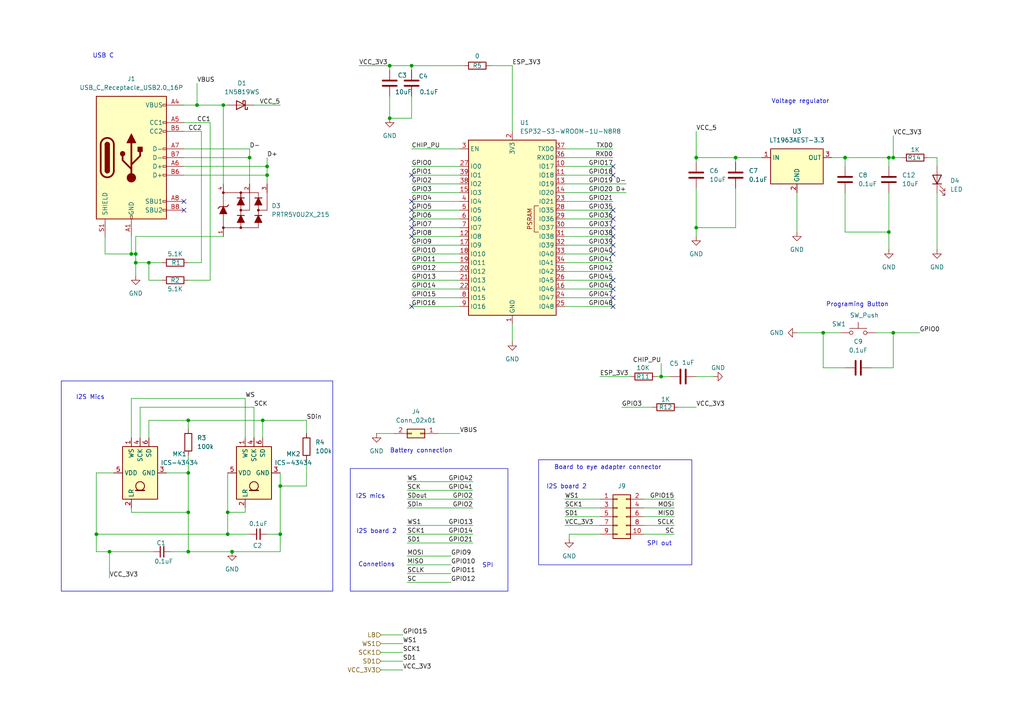
<source format=kicad_sch>
(kicad_sch (version 20231120) (generator "eeschema") (generator_version "8.0")
  (paper "A4")
  (title_block (title "ESP32 S3 IRL Subtitles Glasses") (date "2025-03-06") (rev "3.2") (company "OSHE - IRL Sub-Titles"))
  (lib_symbols
    (symbol "Connector:USB_C_Receptacle_USB2.0_16P" (pin_names (offset 1.016))
      (property "Reference" "J" (at 0 22.225 0))
      (property "Value" "USB_C_Receptacle_USB2.0_16P" (at 0 19.685 0))
      (symbol "USB_C_Receptacle_USB2.0_16P_0_0"
        (rectangle (start -0.254 -17.78) (end 0.254 -16.764))
        (rectangle (start 10.16 -14.986) (end 9.144 -15.494))
        (rectangle (start 10.16 -12.446) (end 9.144 -12.954))
        (rectangle (start 10.16 -4.826) (end 9.144 -5.334))
        (rectangle (start 10.16 -2.286) (end 9.144 -2.794))
        (rectangle (start 10.16 0.254) (end 9.144 -0.254))
        (rectangle (start 10.16 2.794) (end 9.144 2.286))
        (rectangle (start 10.16 7.874) (end 9.144 7.366))
        (rectangle (start 10.16 10.414) (end 9.144 9.906))
        (rectangle (start 10.16 15.494) (end 9.144 14.986))
      )
      (symbol "USB_C_Receptacle_USB2.0_16P_0_1"
        (rectangle (start -10.16 17.78) (end 10.16 -17.78) (stroke (width 0.254)) (fill (type background)))
        (arc (start -8.89 -3.81) (mid -6.985 -5.7067) (end -5.08 -3.81) (stroke (width 0.508)))
        (arc (start -7.62 -3.81) (mid -6.985 -4.4423) (end -6.35 -3.81) (stroke (width 0.254)))
        (arc (start -7.62 -3.81) (mid -6.985 -4.4423) (end -6.35 -3.81) (stroke (width 0.254)) (fill (type outline)))
        (rectangle (start -7.62 -3.81) (end -6.35 3.81) (stroke (width 0.254)) (fill (type outline)))
        (arc (start -6.35 3.81) (mid -6.985 4.4423) (end -7.62 3.81) (stroke (width 0.254)))
        (arc (start -6.35 3.81) (mid -6.985 4.4423) (end -7.62 3.81) (stroke (width 0.254)) (fill (type outline)))
        (arc (start -5.08 3.81) (mid -6.985 5.7067) (end -8.89 3.81) (stroke (width 0.508)))
        (circle (center -2.54 1.143) (radius 0.635) (stroke (width 0.254)) (fill (type outline)))
        (circle (center 0 -5.842) (radius 1.27) (fill (type outline)))
        (polyline (pts (xy -8.89 -3.81) (xy -8.89 3.81)) (stroke (width 0.508)))
        (polyline (pts (xy -5.08 3.81) (xy -5.08 -3.81)) (stroke (width 0.508)))
        (polyline (pts (xy 0 -5.842) (xy 0 4.318)) (stroke (width 0.508)))
        (polyline (pts (xy 0 -3.302) (xy -2.54 -0.762) (xy -2.54 0.508)) (stroke (width 0.508)))
        (polyline (pts (xy 0 -2.032) (xy 2.54 0.508) (xy 2.54 1.778)) (stroke (width 0.508)))
        (polyline (pts (xy -1.27 4.318) (xy 0 6.858) (xy 1.27 4.318) (xy -1.27 4.318)) (stroke (width 0.254)) (fill (type outline)))
        (rectangle (start 1.905 1.778) (end 3.175 3.048) (stroke (width 0.254)) (fill (type outline)))
      )
      (symbol "USB_C_Receptacle_USB2.0_16P_1_1"
        (pin passive line (at 0 -22.86 90) (length 5.08) (name "GND") (number "A1"))
        (pin passive line (at 0 -22.86 90) (length 5.08) hide (name "GND") (number "A12"))
        (pin passive line (at 15.24 15.24 180) (length 5.08) (name "VBUS") (number "A4"))
        (pin bidirectional line (at 15.24 10.16 180) (length 5.08) (name "CC1") (number "A5"))
        (pin bidirectional line (at 15.24 -2.54 180) (length 5.08) (name "D+") (number "A6"))
        (pin bidirectional line (at 15.24 2.54 180) (length 5.08) (name "D-") (number "A7"))
        (pin bidirectional line (at 15.24 -12.7 180) (length 5.08) (name "SBU1") (number "A8"))
        (pin passive line (at 15.24 15.24 180) (length 5.08) hide (name "VBUS") (number "A9"))
        (pin passive line (at 0 -22.86 90) (length 5.08) hide (name "GND") (number "B1"))
        (pin passive line (at 0 -22.86 90) (length 5.08) hide (name "GND") (number "B12"))
        (pin passive line (at 15.24 15.24 180) (length 5.08) hide (name "VBUS") (number "B4"))
        (pin bidirectional line (at 15.24 7.62 180) (length 5.08) (name "CC2") (number "B5"))
        (pin bidirectional line (at 15.24 -5.08 180) (length 5.08) (name "D+") (number "B6"))
        (pin bidirectional line (at 15.24 0 180) (length 5.08) (name "D-") (number "B7"))
        (pin bidirectional line (at 15.24 -15.24 180) (length 5.08) (name "SBU2") (number "B8"))
        (pin passive line (at 15.24 15.24 180) (length 5.08) hide (name "VBUS") (number "B9"))
        (pin passive line (at -7.62 -22.86 90) (length 5.08) (name "SHIELD") (number "S1"))
      )
    )
    (symbol "Connector_Generic:Conn_02x01" (pin_names (offset 1.016) hide)
      (property "Reference" "J" (at 1.27 2.54 0))
      (property "Value" "Conn_02x01" (at 1.27 -2.54 0))
      (symbol "Conn_02x01_1_1"
        (rectangle (start -1.27 0.127) (end 0 -0.127) (stroke (width 0.1524)))
        (rectangle (start -1.27 1.27) (end 3.81 -1.27) (stroke (width 0.254)) (fill (type background)))
        (rectangle (start 3.81 0.127) (end 2.54 -0.127) (stroke (width 0.1524)))
        (pin passive line (at -5.08 0 0) (length 3.81) (name "Pin_1") (number "1"))
        (pin passive line (at 7.62 0 180) (length 3.81) (name "Pin_2") (number "2"))
      )
    )
    (symbol "Connector_Generic:Conn_02x05_Odd_Even" (pin_names (offset 1.016) hide)
      (property "Reference" "J" (at 1.27 7.62 0))
      (property "Value" "Conn_02x05_Odd_Even" (at 1.27 -7.62 0))
      (symbol "Conn_02x05_Odd_Even_1_1"
        (rectangle (start -1.27 -4.953) (end 0 -5.207) (stroke (width 0.1524)))
        (rectangle (start -1.27 -2.413) (end 0 -2.667) (stroke (width 0.1524)))
        (rectangle (start -1.27 0.127) (end 0 -0.127) (stroke (width 0.1524)))
        (rectangle (start -1.27 2.667) (end 0 2.413) (stroke (width 0.1524)))
        (rectangle (start -1.27 5.207) (end 0 4.953) (stroke (width 0.1524)))
        (rectangle (start -1.27 6.35) (end 3.81 -6.35) (stroke (width 0.254)) (fill (type background)))
        (rectangle (start 3.81 -4.953) (end 2.54 -5.207) (stroke (width 0.1524)))
        (rectangle (start 3.81 -2.413) (end 2.54 -2.667) (stroke (width 0.1524)))
        (rectangle (start 3.81 0.127) (end 2.54 -0.127) (stroke (width 0.1524)))
        (rectangle (start 3.81 2.667) (end 2.54 2.413) (stroke (width 0.1524)))
        (rectangle (start 3.81 5.207) (end 2.54 4.953) (stroke (width 0.1524)))
        (pin passive line (at -5.08 5.08 0) (length 3.81) (name "Pin_1") (number "1"))
        (pin passive line (at 7.62 -5.08 180) (length 3.81) (name "Pin_10") (number "10"))
        (pin passive line (at 7.62 5.08 180) (length 3.81) (name "Pin_2") (number "2"))
        (pin passive line (at -5.08 2.54 0) (length 3.81) (name "Pin_3") (number "3"))
        (pin passive line (at 7.62 2.54 180) (length 3.81) (name "Pin_4") (number "4"))
        (pin passive line (at -5.08 0 0) (length 3.81) (name "Pin_5") (number "5"))
        (pin passive line (at 7.62 0 180) (length 3.81) (name "Pin_6") (number "6"))
        (pin passive line (at -5.08 -2.54 0) (length 3.81) (name "Pin_7") (number "7"))
        (pin passive line (at 7.62 -2.54 180) (length 3.81) (name "Pin_8") (number "8"))
        (pin passive line (at -5.08 -5.08 0) (length 3.81) (name "Pin_9") (number "9"))
      )
    )
    (symbol "Device:C" (pin_numbers hide) (pin_names (offset 0.254))
      (property "Reference" "C" (at 0.635 2.54 0))
      (property "Value" "C" (at 0.635 -2.54 0))
      (symbol "C_0_1"
        (polyline (pts (xy -2.032 -0.762) (xy 2.032 -0.762)) (stroke (width 0.508)))
        (polyline (pts (xy -2.032 0.762) (xy 2.032 0.762)) (stroke (width 0.508)))
      )
      (symbol "C_1_1"
        (pin passive line (at 0 3.81 270) (length 2.794) (name "~") (number "1"))
        (pin passive line (at 0 -3.81 90) (length 2.794) (name "~") (number "2"))
      )
    )
    (symbol "Device:C_Small" (pin_numbers hide) (pin_names (offset 0.254) hide)
      (property "Reference" "C" (at 0.254 1.778 0))
      (property "Value" "C_Small" (at 0.254 -2.032 0))
      (symbol "C_Small_0_1"
        (polyline (pts (xy -1.524 -0.508) (xy 1.524 -0.508)) (stroke (width 0.3302)))
        (polyline (pts (xy -1.524 0.508) (xy 1.524 0.508)) (stroke (width 0.3048)))
      )
      (symbol "C_Small_1_1"
        (pin passive line (at 0 2.54 270) (length 2.032) (name "~") (number "1"))
        (pin passive line (at 0 -2.54 90) (length 2.032) (name "~") (number "2"))
      )
    )
    (symbol "Device:LED" (pin_numbers hide) (pin_names (offset 1.016) hide)
      (property "Reference" "D" (at 0 2.54 0))
      (property "Value" "LED" (at 0 -2.54 0))
      (symbol "LED_0_1"
        (polyline (pts (xy -1.27 -1.27) (xy -1.27 1.27)) (stroke (width 0.254)))
        (polyline (pts (xy -1.27 0) (xy 1.27 0)))
        (polyline (pts (xy 1.27 -1.27) (xy 1.27 1.27) (xy -1.27 0) (xy 1.27 -1.27)) (stroke (width 0.254)))
        (polyline (pts (xy -3.048 -0.762) (xy -4.572 -2.286) (xy -3.81 -2.286) (xy -4.572 -2.286) (xy -4.572 -1.524)))
        (polyline (pts (xy -1.778 -0.762) (xy -3.302 -2.286) (xy -2.54 -2.286) (xy -3.302 -2.286) (xy -3.302 -1.524)))
      )
      (symbol "LED_1_1"
        (pin passive line (at -3.81 0 0) (length 2.54) (name "K") (number "1"))
        (pin passive line (at 3.81 0 180) (length 2.54) (name "A") (number "2"))
      )
    )
    (symbol "Device:R" (pin_numbers hide) (pin_names (offset 0))
      (property "Reference" "R" (at 2.032 0 90))
      (property "Value" "R" (at 0 0 90))
      (symbol "R_0_1"
        (rectangle (start -1.016 -2.54) (end 1.016 2.54) (stroke (width 0.254)))
      )
      (symbol "R_1_1"
        (pin passive line (at 0 3.81 270) (length 1.27) (name "~") (number "1"))
        (pin passive line (at 0 -3.81 90) (length 1.27) (name "~") (number "2"))
      )
    )
    (symbol "Diode:1N5819WS" (pin_numbers hide) (pin_names (offset 1.016) hide)
      (property "Reference" "D" (at 0 2.54 0))
      (property "Value" "1N5819WS" (at 0 -2.54 0))
      (symbol "1N5819WS_0_1"
        (polyline (pts (xy 1.27 0) (xy -1.27 0)))
        (polyline (pts (xy 1.27 1.27) (xy 1.27 -1.27) (xy -1.27 0) (xy 1.27 1.27)) (stroke (width 0.254)))
        (polyline (pts (xy -1.905 0.635) (xy -1.905 1.27) (xy -1.27 1.27) (xy -1.27 -1.27) (xy -0.635 -1.27) (xy -0.635 -0.635)) (stroke (width 0.254)))
      )
      (symbol "1N5819WS_1_1"
        (pin passive line (at -3.81 0 0) (length 2.54) (name "K") (number "1"))
        (pin passive line (at 3.81 0 180) (length 2.54) (name "A") (number "2"))
      )
    )
    (symbol "PRTR5V0U2X_215:PRTR5V0U2X_215" (pin_names (offset 1.016))
      (property "Reference" "D" (at -2.5474 -7.5404 0))
      (property "Value" "PRTR5V0U2X_215" (at -2.543 -10.3245 0))
      (symbol "PRTR5V0U2X_215_0_0"
        (circle (center -5.08 -5.08) (radius 0.254) (stroke (width 0.254)))
        (circle (center -5.08 5.08) (radius 0.254) (stroke (width 0.254)))
        (circle (center 0 -5.08) (radius 0.254) (stroke (width 0.254)))
        (polyline (pts (xy -6.096 1.016) (xy -6.604 0.508)) (stroke (width 0.254)))
        (polyline (pts (xy -6.096 1.016) (xy -5.08 1.016)) (stroke (width 0.254)))
        (polyline (pts (xy -5.08 -1.016) (xy -5.08 -7.62)) (stroke (width 0.1524)))
        (polyline (pts (xy -5.08 1.016) (xy -5.08 7.62)) (stroke (width 0.1524)))
        (polyline (pts (xy -5.08 1.016) (xy -4.064 1.016)) (stroke (width 0.254)))
        (polyline (pts (xy -4.064 1.016) (xy -3.556 1.524)) (stroke (width 0.254)))
        (polyline (pts (xy -1.016 -1.524) (xy 0 -1.524)) (stroke (width 0.254)))
        (polyline (pts (xy -1.016 3.556) (xy 0 3.556)) (stroke (width 0.254)))
        (polyline (pts (xy 0 -5.08) (xy -5.08 -5.08)) (stroke (width 0.1524)))
        (polyline (pts (xy 0 -3.556) (xy 0 -5.08)) (stroke (width 0.1524)))
        (polyline (pts (xy 0 -1.524) (xy 0 0)) (stroke (width 0.1524)))
        (polyline (pts (xy 0 -1.524) (xy 1.016 -1.524)) (stroke (width 0.254)))
        (polyline (pts (xy 0 0) (xy 0 1.524)) (stroke (width 0.1524)))
        (polyline (pts (xy 0 0) (xy 2.54 0)) (stroke (width 0.1524)))
        (polyline (pts (xy 0 3.556) (xy 0 5.08)) (stroke (width 0.254)))
        (polyline (pts (xy 0 3.556) (xy 1.016 3.556)) (stroke (width 0.254)))
        (polyline (pts (xy 0 5.08) (xy -5.08 5.08)) (stroke (width 0.1524)))
        (polyline (pts (xy 2.54 0) (xy 2.54 7.62)) (stroke (width 0.1524)))
        (polyline (pts (xy 4.064 -1.524) (xy 5.08 -1.524)) (stroke (width 0.254)))
        (polyline (pts (xy 4.064 3.556) (xy 5.08 3.556)) (stroke (width 0.254)))
        (polyline (pts (xy 5.08 -5.08) (xy 0 -5.08)) (stroke (width 0.1524)))
        (polyline (pts (xy 5.08 -3.556) (xy 5.08 -5.08)) (stroke (width 0.1524)))
        (polyline (pts (xy 5.08 -1.524) (xy 5.08 0)) (stroke (width 0.1524)))
        (polyline (pts (xy 5.08 -1.524) (xy 6.096 -1.524)) (stroke (width 0.254)))
        (polyline (pts (xy 5.08 0) (xy 5.08 1.524)) (stroke (width 0.1524)))
        (polyline (pts (xy 5.08 0) (xy 7.62 0)) (stroke (width 0.1524)))
        (polyline (pts (xy 5.08 3.556) (xy 5.08 5.08)) (stroke (width 0.1524)))
        (polyline (pts (xy 5.08 3.556) (xy 6.096 3.556)) (stroke (width 0.254)))
        (polyline (pts (xy 5.08 5.08) (xy 0 5.08)) (stroke (width 0.1524)))
        (polyline (pts (xy 7.62 0) (xy 7.62 7.62)) (stroke (width 0.1524)))
        (polyline (pts (xy -6.096 -1.016) (xy -5.08 1.016) (xy -4.064 -1.016) (xy -6.096 -1.016)) (stroke (width 0.254)) (fill (type outline)))
        (polyline (pts (xy -1.016 -3.556) (xy 0 -1.524) (xy 1.016 -3.556) (xy -1.016 -3.556)) (stroke (width 0.254)) (fill (type outline)))
        (polyline (pts (xy -1.016 1.524) (xy 0 3.556) (xy 1.016 1.524) (xy -1.016 1.524)) (stroke (width 0.254)) (fill (type outline)))
        (polyline (pts (xy 4.064 -3.556) (xy 5.08 -1.524) (xy 6.096 -3.556) (xy 4.064 -3.556)) (stroke (width 0.254)) (fill (type outline)))
        (polyline (pts (xy 4.064 1.524) (xy 5.08 3.556) (xy 6.096 1.524) (xy 4.064 1.524)) (stroke (width 0.254)) (fill (type outline)))
        (circle (center 0 0) (radius 0.254) (stroke (width 0.254)))
        (circle (center 0 5.08) (radius 0.254) (stroke (width 0.254)))
        (circle (center 5.08 0) (radius 0.254) (stroke (width 0.254)))
        (pin passive line (at -5.08 -7.62 90) (length 2.54) (name "~") (number "1"))
        (pin passive line (at 2.54 7.62 270) (length 2.54) (name "~") (number "2"))
        (pin passive line (at 7.62 7.62 270) (length 2.54) (name "~") (number "3"))
        (pin passive line (at -5.08 7.62 270) (length 2.54) (name "~") (number "4"))
      )
    )
    (symbol "RF_Module:ESP32-S3-WROOM-1"
      (property "Reference" "U" (at -12.7 26.67 0))
      (property "Value" "ESP32-S3-WROOM-1" (at 12.7 26.67 0))
      (symbol "ESP32-S3-WROOM-1_0_0"
        (rectangle (start -12.7 25.4) (end 12.7 -25.4) (stroke (width 0.254)) (fill (type background)))
        (text "PSRAM" (at 5.08 2.54 900) (effects (font (size 1.27 1.27))))
      )
      (symbol "ESP32-S3-WROOM-1_0_1"
        (polyline (pts (xy 7.62 -1.27) (xy 6.35 -1.27) (xy 6.35 6.35) (xy 7.62 6.35)))
      )
      (symbol "ESP32-S3-WROOM-1_1_1"
        (pin power_in line (at 0 -27.94 90) (length 2.54) (name "GND") (number "1"))
        (pin bidirectional line (at 15.24 17.78 180) (length 2.54) (name "IO17") (number "10"))
        (pin bidirectional line (at 15.24 15.24 180) (length 2.54) (name "IO18") (number "11"))
        (pin bidirectional line (at -15.24 -2.54 0) (length 2.54) (name "IO8") (number "12"))
        (pin bidirectional line (at 15.24 12.7 180) (length 2.54) (name "IO19") (number "13"))
        (pin bidirectional line (at 15.24 10.16 180) (length 2.54) (name "IO20") (number "14"))
        (pin bidirectional line (at -15.24 10.16 0) (length 2.54) (name "IO3") (number "15"))
        (pin bidirectional line (at 15.24 -17.78 180) (length 2.54) (name "IO46") (number "16"))
        (pin bidirectional line (at -15.24 -5.08 0) (length 2.54) (name "IO9") (number "17"))
        (pin bidirectional line (at -15.24 -7.62 0) (length 2.54) (name "IO10") (number "18"))
        (pin bidirectional line (at -15.24 -10.16 0) (length 2.54) (name "IO11") (number "19"))
        (pin power_in line (at 0 27.94 270) (length 2.54) (name "3V3") (number "2"))
        (pin bidirectional line (at -15.24 -12.7 0) (length 2.54) (name "IO12") (number "20"))
        (pin bidirectional line (at -15.24 -15.24 0) (length 2.54) (name "IO13") (number "21"))
        (pin bidirectional line (at -15.24 -17.78 0) (length 2.54) (name "IO14") (number "22"))
        (pin bidirectional line (at 15.24 7.62 180) (length 2.54) (name "IO21") (number "23"))
        (pin bidirectional line (at 15.24 -20.32 180) (length 2.54) (name "IO47") (number "24"))
        (pin bidirectional line (at 15.24 -22.86 180) (length 2.54) (name "IO48") (number "25"))
        (pin bidirectional line (at 15.24 -15.24 180) (length 2.54) (name "IO45") (number "26"))
        (pin bidirectional line (at -15.24 17.78 0) (length 2.54) (name "IO0") (number "27"))
        (pin bidirectional line (at 15.24 5.08 180) (length 2.54) (name "IO35") (number "28"))
        (pin bidirectional line (at 15.24 2.54 180) (length 2.54) (name "IO36") (number "29"))
        (pin input line (at -15.24 22.86 0) (length 2.54) (name "EN") (number "3"))
        (pin bidirectional line (at 15.24 0 180) (length 2.54) (name "IO37") (number "30"))
        (pin bidirectional line (at 15.24 -2.54 180) (length 2.54) (name "IO38") (number "31"))
        (pin bidirectional line (at 15.24 -5.08 180) (length 2.54) (name "IO39") (number "32"))
        (pin bidirectional line (at 15.24 -7.62 180) (length 2.54) (name "IO40") (number "33"))
        (pin bidirectional line (at 15.24 -10.16 180) (length 2.54) (name "IO41") (number "34"))
        (pin bidirectional line (at 15.24 -12.7 180) (length 2.54) (name "IO42") (number "35"))
        (pin bidirectional line (at 15.24 20.32 180) (length 2.54) (name "RXD0") (number "36"))
        (pin bidirectional line (at 15.24 22.86 180) (length 2.54) (name "TXD0") (number "37"))
        (pin bidirectional line (at -15.24 12.7 0) (length 2.54) (name "IO2") (number "38"))
        (pin bidirectional line (at -15.24 15.24 0) (length 2.54) (name "IO1") (number "39"))
        (pin bidirectional line (at -15.24 7.62 0) (length 2.54) (name "IO4") (number "4"))
        (pin passive line (at 0 -27.94 90) (length 2.54) hide (name "GND") (number "40"))
        (pin passive line (at 0 -27.94 90) (length 2.54) hide (name "GND") (number "41"))
        (pin bidirectional line (at -15.24 5.08 0) (length 2.54) (name "IO5") (number "5"))
        (pin bidirectional line (at -15.24 2.54 0) (length 2.54) (name "IO6") (number "6"))
        (pin bidirectional line (at -15.24 0 0) (length 2.54) (name "IO7") (number "7"))
        (pin bidirectional line (at -15.24 -20.32 0) (length 2.54) (name "IO15") (number "8"))
        (pin bidirectional line (at -15.24 -22.86 0) (length 2.54) (name "IO16") (number "9"))
      )
    )
    (symbol "Regulator_Linear:LT1963AxST-3.3"
      (property "Reference" "U2" (at 0 10.16 0))
      (property "Value" "LT1963AxST-3.3" (at 0 7.62 0))
      (symbol "LT1963AxST-3.3_0_1"
        (rectangle (start -7.62 5.08) (end 7.62 -5.08) (stroke (width 0.254)) (fill (type background)))
      )
      (symbol "LT1963AxST-3.3_1_1"
        (pin power_in line (at -10.16 2.54 0) (length 2.54) (name "IN") (number "1"))
        (pin power_in line (at 0 -7.62 90) (length 2.54) (name "GND") (number "2"))
        (pin power_out line (at 10.16 2.54 180) (length 2.54) (name "OUT") (number "3"))
        (pin power_in line (at 0 -7.62 90) (length 2.54) hide (name "GND") (number "4"))
      )
    )
    (symbol "Sensor_Audio:ICS-43434"
      (property "Reference" "MK" (at -7.62 6.35 0))
      (property "Value" "ICS-43434" (at 1.27 6.35 0))
      (symbol "ICS-43434_1_1"
        (rectangle (start -7.62 5.08) (end 7.62 -5.08) (stroke (width 0.254)) (fill (type background)))
        (circle (center -3.81 0) (radius 1.27) (stroke (width 0.254)))
        (polyline (pts (xy -5.08 1.27) (xy -5.08 -1.27)) (stroke (width 0.381)))
        (pin input line (at 10.16 2.54 180) (length 2.54) (name "WS") (number "1"))
        (pin input line (at -10.16 2.54 0) (length 2.54) (name "LR") (number "2"))
        (pin power_in line (at 0 -7.62 90) (length 2.54) (name "GND") (number "3"))
        (pin input line (at 10.16 0 180) (length 2.54) (name "SCK") (number "4"))
        (pin power_in line (at 0 7.62 270) (length 2.54) (name "VDD") (number "5"))
        (pin output line (at 10.16 -2.54 180) (length 2.54) (name "SD") (number "6"))
      )
    )
    (symbol "Switch:SW_Push" (pin_numbers hide) (pin_names (offset 1.016) hide)
      (property "Reference" "SW" (at 1.27 2.54 0))
      (property "Value" "SW_Push" (at 0 -1.524 0))
      (symbol "SW_Push_0_1"
        (circle (center -2.032 0) (radius 0.508))
        (polyline (pts (xy 0 1.27) (xy 0 3.048)))
        (polyline (pts (xy 2.54 1.27) (xy -2.54 1.27)))
        (circle (center 2.032 0) (radius 0.508))
        (pin passive line (at -5.08 0 0) (length 2.54) (name "1") (number "1"))
        (pin passive line (at 5.08 0 180) (length 2.54) (name "2") (number "2"))
      )
    )
    (symbol "power:GND" (power) (pin_numbers hide) (pin_names (offset 0) hide)
      (property "Value" "GND" (at 0 -3.81 0))
      (symbol "GND_0_1"
        (polyline (pts (xy 0 0) (xy 0 -1.27) (xy 1.27 -1.27) (xy 0 -2.54) (xy -1.27 -1.27) (xy 0 -1.27)))
      )
      (symbol "GND_1_1"
        (pin power_in line (at 0 0 270) (length 0) (name "~") (number "1"))
      )
    )
  )
  (junction (at 31.75 160.02))
  (junction (at 27.94 154.94))
  (junction (at 66.04 154.94))
  (junction (at 39.37 73.66))
  (junction (at 245.11 45.72))
  (junction (at 238.76 96.52))
  (junction (at 257.81 67.31))
  (junction (at 201.93 66.04))
  (junction (at 77.47 48.26))
  (junction (at 43.18 76.2))
  (junction (at 38.1 73.66))
  (junction (at 77.47 50.8))
  (junction (at 119.38 19.05))
  (junction (at 76.2 121.92))
  (junction (at 66.04 148.59))
  (junction (at 113.03 19.05))
  (junction (at 201.93 45.72))
  (junction (at 39.37 76.2))
  (junction (at 259.08 96.52))
  (junction (at 54.61 160.02))
  (junction (at 113.03 34.29))
  (junction (at 191.77 109.22))
  (junction (at 57.15 30.48))
  (junction (at 81.28 140.97))
  (junction (at 54.61 148.59))
  (junction (at 259.08 45.72))
  (junction (at 257.81 45.72))
  (junction (at 67.31 160.02))
  (junction (at 213.36 45.72))
  (junction (at 81.28 154.94))
  (junction (at 54.61 121.92))
  (junction (at 72.39 45.72))
  (junction (at 54.61 137.16))
  (junction (at 64.77 30.48))
  (no_connect (at 177.8 60.96))
  (no_connect (at 119.38 88.9))
  (no_connect (at 177.8 63.5))
  (no_connect (at 177.8 68.58))
  (no_connect (at 53.34 58.42))
  (no_connect (at 119.38 50.8))
  (no_connect (at 119.38 60.96))
  (no_connect (at 119.38 63.5))
  (no_connect (at 53.34 60.96))
  (no_connect (at 177.8 73.66))
  (no_connect (at 177.8 71.12))
  (no_connect (at 119.38 68.58))
  (no_connect (at 177.8 86.36))
  (no_connect (at 119.38 66.04))
  (no_connect (at 119.38 58.42))
  (no_connect (at 177.8 50.8))
  (no_connect (at 177.8 83.82))
  (no_connect (at 177.8 81.28))
  (no_connect (at 177.8 48.26))
  (no_connect (at 177.8 88.9))
  (no_connect (at 177.8 66.04))
  (wire (pts (xy 88.9 133.35) (xy 88.9 140.97)))
  (wire (pts (xy 119.38 81.28) (xy 133.35 81.28)))
  (wire (pts (xy 271.78 55.88) (xy 271.78 72.39)))
  (wire (pts (xy 60.96 35.56) (xy 60.96 81.28)))
  (wire (pts (xy 257.81 45.72) (xy 257.81 48.26)))
  (wire (pts (xy 163.83 149.86) (xy 173.99 149.86)))
  (wire (pts (xy 77.47 48.26) (xy 77.47 50.8)))
  (wire (pts (xy 259.08 45.72) (xy 261.62 45.72)))
  (wire (pts (xy 163.83 147.32) (xy 173.99 147.32)))
  (wire (pts (xy 119.38 73.66) (xy 133.35 73.66)))
  (wire (pts (xy 213.36 45.72) (xy 220.98 45.72)))
  (wire (pts (xy 113.03 27.94) (xy 113.03 34.29)))
  (wire (pts (xy 177.8 48.26) (xy 163.83 48.26)))
  (wire (pts (xy 119.38 66.04) (xy 133.35 66.04)))
  (wire (pts (xy 148.59 38.1) (xy 148.59 19.05)))
  (wire (pts (xy 245.11 55.88) (xy 245.11 67.31)))
  (wire (pts (xy 231.14 55.88) (xy 231.14 67.31)))
  (wire (pts (xy 201.93 45.72) (xy 213.36 45.72)))
  (wire (pts (xy 118.11 166.37) (xy 130.81 166.37)))
  (wire (pts (xy 213.36 46.99) (xy 213.36 45.72)))
  (wire (pts (xy 71.12 115.57) (xy 38.1 115.57)))
  (wire (pts (xy 177.8 50.8) (xy 163.83 50.8)))
  (wire (pts (xy 118.11 144.78) (xy 137.16 144.78)))
  (wire (pts (xy 163.83 71.12) (xy 177.8 71.12)))
  (wire (pts (xy 54.61 148.59) (xy 54.61 160.02)))
  (wire (pts (xy 163.83 83.82) (xy 177.8 83.82)))
  (wire (pts (xy 201.93 109.22) (xy 207.01 109.22)))
  (wire (pts (xy 40.64 118.11) (xy 73.66 118.11)))
  (wire (pts (xy 118.11 142.24) (xy 137.16 142.24)))
  (wire (pts (xy 201.93 38.1) (xy 201.93 45.72)))
  (wire (pts (xy 118.11 168.91) (xy 130.81 168.91)))
  (wire (pts (xy 195.58 149.86) (xy 186.69 149.86)))
  (wire (pts (xy 163.83 78.74) (xy 177.8 78.74)))
  (wire (pts (xy 142.24 19.05) (xy 148.59 19.05)))
  (wire (pts (xy 196.85 118.11) (xy 201.93 118.11)))
  (wire (pts (xy 31.75 160.02) (xy 27.94 160.02)))
  (wire (pts (xy 245.11 67.31) (xy 257.81 67.31)))
  (wire (pts (xy 39.37 76.2) (xy 39.37 73.66)))
  (wire (pts (xy 148.59 93.98) (xy 148.59 99.06)))
  (wire (pts (xy 163.83 63.5) (xy 177.8 63.5)))
  (wire (pts (xy 119.38 55.88) (xy 133.35 55.88)))
  (wire (pts (xy 213.36 66.04) (xy 201.93 66.04)))
  (wire (pts (xy 48.26 137.16) (xy 54.61 137.16)))
  (wire (pts (xy 163.83 86.36) (xy 177.8 86.36)))
  (wire (pts (xy 57.15 24.13) (xy 57.15 30.48)))
  (wire (pts (xy 163.83 88.9) (xy 177.8 88.9)))
  (wire (pts (xy 245.11 45.72) (xy 245.11 48.26)))
  (wire (pts (xy 163.83 43.18) (xy 177.8 43.18)))
  (wire (pts (xy 191.77 109.22) (xy 194.31 109.22)))
  (wire (pts (xy 118.11 147.32) (xy 137.16 147.32)))
  (wire (pts (xy 38.1 68.58) (xy 38.1 73.66)))
  (wire (pts (xy 66.04 148.59) (xy 66.04 154.94)))
  (wire (pts (xy 58.42 76.2) (xy 54.61 76.2)))
  (wire (pts (xy 257.81 55.88) (xy 257.81 67.31)))
  (wire (pts (xy 163.83 66.04) (xy 177.8 66.04)))
  (wire (pts (xy 39.37 80.01) (xy 39.37 76.2)))
  (wire (pts (xy 44.45 160.02) (xy 31.75 160.02)))
  (wire (pts (xy 110.49 189.23) (xy 116.84 189.23)))
  (wire (pts (xy 119.38 88.9) (xy 133.35 88.9)))
  (wire (pts (xy 259.08 106.68) (xy 259.08 96.52)))
  (wire (pts (xy 53.34 45.72) (xy 72.39 45.72)))
  (wire (pts (xy 191.77 109.22) (xy 191.77 105.41)))
  (wire (pts (xy 119.38 83.82) (xy 133.35 83.82)))
  (wire (pts (xy 201.93 46.99) (xy 201.93 45.72)))
  (wire (pts (xy 53.34 30.48) (xy 57.15 30.48)))
  (wire (pts (xy 119.38 53.34) (xy 133.35 53.34)))
  (wire (pts (xy 163.83 76.2) (xy 177.8 76.2)))
  (wire (pts (xy 73.66 118.11) (xy 73.66 127)))
  (wire (pts (xy 38.1 148.59) (xy 54.61 148.59)))
  (wire (pts (xy 76.2 121.92) (xy 76.2 127)))
  (wire (pts (xy 81.28 140.97) (xy 88.9 140.97)))
  (wire (pts (xy 163.83 60.96) (xy 177.8 60.96)))
  (wire (pts (xy 195.58 152.4) (xy 186.69 152.4)))
  (wire (pts (xy 119.38 43.18) (xy 133.35 43.18)))
  (wire (pts (xy 165.1 154.94) (xy 165.1 156.21)))
  (wire (pts (xy 110.49 184.15) (xy 116.84 184.15)))
  (wire (pts (xy 163.83 53.34) (xy 181.61 53.34)))
  (wire (pts (xy 66.04 154.94) (xy 72.39 154.94)))
  (wire (pts (xy 163.83 73.66) (xy 177.8 73.66)))
  (wire (pts (xy 33.02 137.16) (xy 27.94 137.16)))
  (wire (pts (xy 38.1 73.66) (xy 39.37 73.66)))
  (wire (pts (xy 60.96 81.28) (xy 54.61 81.28)))
  (wire (pts (xy 58.42 38.1) (xy 58.42 76.2)))
  (wire (pts (xy 180.34 118.11) (xy 189.23 118.11)))
  (wire (pts (xy 118.11 139.7) (xy 137.16 139.7)))
  (wire (pts (xy 49.53 160.02) (xy 54.61 160.02)))
  (wire (pts (xy 119.38 63.5) (xy 133.35 63.5)))
  (wire (pts (xy 71.12 147.32) (xy 71.12 148.59)))
  (wire (pts (xy 257.81 45.72) (xy 259.08 45.72)))
  (wire (pts (xy 245.11 45.72) (xy 257.81 45.72)))
  (wire (pts (xy 43.18 127) (xy 43.18 121.92)))
  (wire (pts (xy 76.2 121.92) (xy 88.9 121.92)))
  (wire (pts (xy 163.83 55.88) (xy 181.61 55.88)))
  (wire (pts (xy 110.49 191.77) (xy 116.84 191.77)))
  (wire (pts (xy 88.9 121.92) (xy 88.9 125.73)))
  (wire (pts (xy 118.11 157.48) (xy 137.16 157.48)))
  (wire (pts (xy 119.38 19.05) (xy 134.62 19.05)))
  (wire (pts (xy 201.93 54.61) (xy 201.93 66.04)))
  (wire (pts (xy 54.61 137.16) (xy 54.61 148.59)))
  (wire (pts (xy 113.03 19.05) (xy 119.38 19.05)))
  (wire (pts (xy 118.11 152.4) (xy 137.16 152.4)))
  (wire (pts (xy 53.34 48.26) (xy 77.47 48.26)))
  (wire (pts (xy 119.38 48.26) (xy 133.35 48.26)))
  (wire (pts (xy 54.61 121.92) (xy 76.2 121.92)))
  (wire (pts (xy 266.7 96.52) (xy 259.08 96.52)))
  (wire (pts (xy 53.34 35.56) (xy 60.96 35.56)))
  (wire (pts (xy 186.69 147.32) (xy 195.58 147.32)))
  (wire (pts (xy 43.18 81.28) (xy 43.18 76.2)))
  (wire (pts (xy 77.47 45.72) (xy 77.47 48.26)))
  (wire (pts (xy 38.1 148.59) (xy 38.1 147.32)))
  (wire (pts (xy 67.31 160.02) (xy 81.28 160.02)))
  (wire (pts (xy 201.93 66.04) (xy 201.93 68.58)))
  (wire (pts (xy 241.3 45.72) (xy 245.11 45.72)))
  (wire (pts (xy 43.18 121.92) (xy 54.61 121.92)))
  (wire (pts (xy 46.99 81.28) (xy 43.18 81.28)))
  (wire (pts (xy 81.28 140.97) (xy 81.28 137.16)))
  (wire (pts (xy 54.61 121.92) (xy 54.61 124.46)))
  (wire (pts (xy 259.08 96.52) (xy 254 96.52)))
  (wire (pts (xy 163.83 58.42) (xy 177.8 58.42)))
  (wire (pts (xy 53.34 43.18) (xy 72.39 43.18)))
  (wire (pts (xy 119.38 19.05) (xy 119.38 20.32)))
  (wire (pts (xy 119.38 68.58) (xy 133.35 68.58)))
  (wire (pts (xy 109.22 125.73) (xy 114.3 125.73)))
  (wire (pts (xy 66.04 148.59) (xy 66.04 137.16)))
  (wire (pts (xy 73.66 30.48) (xy 81.28 30.48)))
  (wire (pts (xy 127 125.73) (xy 133.35 125.73)))
  (wire (pts (xy 64.77 30.48) (xy 64.77 53.34)))
  (wire (pts (xy 269.24 45.72) (xy 271.78 45.72)))
  (wire (pts (xy 173.99 154.94) (xy 165.1 154.94)))
  (wire (pts (xy 27.94 160.02) (xy 27.94 154.94)))
  (wire (pts (xy 119.38 76.2) (xy 133.35 76.2)))
  (wire (pts (xy 30.48 68.58) (xy 30.48 73.66)))
  (wire (pts (xy 245.11 106.68) (xy 238.76 106.68)))
  (wire (pts (xy 195.58 154.94) (xy 186.69 154.94)))
  (wire (pts (xy 81.28 160.02) (xy 81.28 154.94)))
  (wire (pts (xy 53.34 50.8) (xy 77.47 50.8)))
  (wire (pts (xy 118.11 161.29) (xy 130.81 161.29)))
  (wire (pts (xy 119.38 50.8) (xy 133.35 50.8)))
  (wire (pts (xy 54.61 132.08) (xy 54.61 137.16)))
  (wire (pts (xy 77.47 154.94) (xy 81.28 154.94)))
  (wire (pts (xy 252.73 106.68) (xy 259.08 106.68)))
  (wire (pts (xy 43.18 76.2) (xy 46.99 76.2)))
  (wire (pts (xy 119.38 58.42) (xy 133.35 58.42)))
  (wire (pts (xy 118.11 154.94) (xy 137.16 154.94)))
  (wire (pts (xy 77.47 50.8) (xy 77.47 53.34)))
  (wire (pts (xy 231.14 96.52) (xy 238.76 96.52)))
  (wire (pts (xy 119.38 34.29) (xy 113.03 34.29)))
  (wire (pts (xy 213.36 54.61) (xy 213.36 66.04)))
  (wire (pts (xy 110.49 186.69) (xy 116.84 186.69)))
  (wire (pts (xy 119.38 86.36) (xy 133.35 86.36)))
  (wire (pts (xy 40.64 118.11) (xy 40.64 127)))
  (wire (pts (xy 27.94 154.94) (xy 66.04 154.94)))
  (wire (pts (xy 104.14 19.05) (xy 113.03 19.05)))
  (wire (pts (xy 238.76 96.52) (xy 243.84 96.52)))
  (wire (pts (xy 163.83 45.72) (xy 177.8 45.72)))
  (wire (pts (xy 57.15 30.48) (xy 64.77 30.48)))
  (wire (pts (xy 27.94 137.16) (xy 27.94 154.94)))
  (wire (pts (xy 39.37 76.2) (xy 43.18 76.2)))
  (wire (pts (xy 163.83 152.4) (xy 173.99 152.4)))
  (wire (pts (xy 113.03 19.05) (xy 113.03 20.32)))
  (wire (pts (xy 54.61 160.02) (xy 67.31 160.02)))
  (wire (pts (xy 119.38 78.74) (xy 133.35 78.74)))
  (wire (pts (xy 186.69 144.78) (xy 195.58 144.78)))
  (wire (pts (xy 163.83 68.58) (xy 177.8 68.58)))
  (wire (pts (xy 71.12 127) (xy 71.12 115.57)))
  (wire (pts (xy 31.75 167.64) (xy 31.75 160.02)))
  (wire (pts (xy 72.39 43.18) (xy 72.39 45.72)))
  (wire (pts (xy 119.38 27.94) (xy 119.38 34.29)))
  (wire (pts (xy 163.83 81.28) (xy 177.8 81.28)))
  (wire (pts (xy 39.37 68.58) (xy 64.77 68.58)))
  (wire (pts (xy 238.76 96.52) (xy 238.76 106.68)))
  (wire (pts (xy 66.04 148.59) (xy 71.12 148.59)))
  (wire (pts (xy 30.48 73.66) (xy 38.1 73.66)))
  (wire (pts (xy 72.39 45.72) (xy 72.39 53.34)))
  (wire (pts (xy 173.99 109.22) (xy 182.88 109.22)))
  (wire (pts (xy 38.1 115.57) (xy 38.1 127)))
  (wire (pts (xy 259.08 39.37) (xy 259.08 45.72)))
  (wire (pts (xy 110.49 194.31) (xy 116.84 194.31)))
  (wire (pts (xy 81.28 154.94) (xy 81.28 140.97)))
  (wire (pts (xy 271.78 45.72) (xy 271.78 48.26)))
  (wire (pts (xy 163.83 144.78) (xy 173.99 144.78)))
  (wire (pts (xy 39.37 68.58) (xy 39.37 73.66)))
  (wire (pts (xy 64.77 30.48) (xy 66.04 30.48)))
  (wire (pts (xy 118.11 163.83) (xy 130.81 163.83)))
  (wire (pts (xy 119.38 71.12) (xy 133.35 71.12)))
  (wire (pts (xy 53.34 38.1) (xy 58.42 38.1)))
  (wire (pts (xy 257.81 67.31) (xy 257.81 72.39)))
  (wire (pts (xy 119.38 60.96) (xy 133.35 60.96)))
  (wire (pts (xy 190.5 109.22) (xy 191.77 109.22)))
  (rectangle (start 17.78 110.49) (end 96.52 171.45))
  (rectangle (start 101.6 135.89) (end 147.32 171.45))
  (rectangle (start 156.21 133.35) (end 200.66 163.83))
  (text "Battery connection" (at 122.174 130.81 0) (effects (font (size 1.27 1.27))))
  (text "SPI\n" (at 141.478 164.084 0) (effects (font (size 1.27 1.27))))
  (text "Voltage regulator\n" (at 232.156 29.464 0) (effects (font (size 1.27 1.27))))
  (text "Board to eye adapter connector" (at 176.276 135.636 0) (effects (font (size 1.27 1.27))))
  (text "Connetions\n\n" (at 109.22 164.846 0) (effects (font (size 1.27 1.27))))
  (text "I2S board 2" (at 164.338 141.224 0) (effects (font (size 1.27 1.27))))
  (text "SPI out\n" (at 191.262 157.734 0) (effects (font (size 1.27 1.27))))
  (text "Programing Button" (at 248.666 88.392 0) (effects (font (size 1.27 1.27))))
  (text "I2S board 2" (at 109.22 154.178 0) (effects (font (size 1.27 1.27))))
  (text "USB C\n" (at 29.972 16.256 0) (effects (font (size 1.27 1.27))))
  (text "I2S Mics " (at 26.67 115.316 0) (effects (font (size 1.27 1.27))))
  (text "I2S mics" (at 107.442 144.018 0) (effects (font (size 1.27 1.27))))
  (label "GPIO3" (at 119.38 55.88 0))
  (label "VCC_3V3" (at 31.75 167.64 0))
  (label "VCC_5" (at 201.93 38.1 0))
  (label "GPIO19" (at 177.8 53.34 180))
  (label "WS1" (at 116.84 186.69 0))
  (label "VCC_3V3" (at 104.14 19.05 0))
  (label "SDin" (at 88.9 121.92 0))
  (label "GPIO45" (at 177.8 81.28 180))
  (label "GPIO2" (at 137.16 144.78 180))
  (label "SCK" (at 73.66 118.11 0))
  (label "WS" (at 118.11 139.7 0))
  (label "RXD0" (at 177.8 45.72 180))
  (label "GPIO0" (at 119.38 48.26 0) (property "Netclass" "GPIO0" (effects (hide yes))))
  (label "GPIO12" (at 130.81 168.91 0))
  (label "GPIO20" (at 177.8 55.88 180))
  (label "SCK1" (at 118.11 154.94 0))
  (label "GPIO14" (at 119.38 83.82 0))
  (label "GPIO41" (at 137.16 142.24 180))
  (label "GPIO0" (at 266.7 96.52 0) (property "Netclass" "GPIO0" (effects (hide yes))))
  (label "GPIO48" (at 177.8 88.9 180))
  (label "GPIO38" (at 177.8 68.58 180))
  (label "GPIO47" (at 177.8 86.36 180))
  (label "SD1" (at 116.84 191.77 0))
  (label "VCC_5" (at 81.28 30.48 180))
  (label "WS1" (at 163.83 144.78 0))
  (label "ESP_3V3" (at 173.99 109.22 0))
  (label "CC2" (at 54.61 38.1 0))
  (label "MOSI" (at 195.58 147.32 180))
  (label "VCC_3V3" (at 116.84 194.31 0))
  (label "GPIO11" (at 119.38 76.2 0))
  (label "GPIO1" (at 119.38 50.8 0))
  (label "GPIO5" (at 119.38 60.96 0))
  (label "D-" (at 181.61 53.34 180))
  (label "GPIO46" (at 177.8 83.82 180))
  (label "SCK1" (at 163.83 147.32 0))
  (label "SD1" (at 118.11 157.48 0))
  (label "SCK1" (at 116.84 189.23 0))
  (label "GPIO41" (at 177.8 76.2 180))
  (label "GPIO6" (at 119.38 63.5 0))
  (label "GPIO10" (at 130.81 163.83 0))
  (label "SDin" (at 118.11 147.32 0))
  (label "GPIO9" (at 119.38 71.12 0))
  (label "SC" (at 195.58 154.94 180))
  (label "SCLK" (at 118.11 166.37 0))
  (label "GPIO21" (at 177.8 58.42 180))
  (label "MISO" (at 118.11 163.83 0))
  (label "SCLK" (at 195.58 152.4 180))
  (label "SD1" (at 163.83 149.86 0))
  (label "GPIO15" (at 195.58 144.78 180))
  (label "WS" (at 71.12 115.57 0))
  (label "CC1" (at 57.15 35.56 0))
  (label "GPIO9" (at 130.81 161.29 0))
  (label "GPIO4" (at 119.38 58.42 0))
  (label "GPIO40" (at 177.8 73.66 180))
  (label "GPIO14" (at 137.16 154.94 180))
  (label "GPIO35" (at 177.8 60.96 180))
  (label "GPIO17" (at 177.8 48.26 180))
  (label "WS1" (at 118.11 152.4 0))
  (label "GPIO18" (at 177.8 50.8 180))
  (label "GPIO2" (at 119.38 53.34 0))
  (label "GPIO42" (at 137.16 139.7 180))
  (label "GPIO21" (at 137.16 157.48 180))
  (label "GPIO12" (at 119.38 78.74 0))
  (label "TXD0" (at 177.8 43.18 180))
  (label "SCK" (at 118.11 142.24 0))
  (label "GPIO37" (at 177.8 66.04 180))
  (label "CHIP_PU" (at 191.77 105.41 180))
  (label "GPIO16" (at 119.38 88.9 0))
  (label "GPIO15" (at 119.38 86.36 0))
  (label "GPIO7" (at 119.38 66.04 0))
  (label "GPIO10" (at 119.38 73.66 0))
  (label "GPIO13" (at 137.16 152.4 180))
  (label "GPIO11" (at 130.81 166.37 0))
  (label "VCC_3V3" (at 163.83 152.4 0))
  (label "MISO" (at 195.58 149.86 180))
  (label "D-" (at 72.39 43.18 0))
  (label "GPIO13" (at 119.38 81.28 0))
  (label "VBUS" (at 133.35 125.73 0))
  (label "GPIO15" (at 116.84 184.15 0))
  (label "VCC_3V3" (at 201.93 118.11 0))
  (label "VBUS" (at 57.15 24.13 0))
  (label "GPIO36" (at 177.8 63.5 180))
  (label "CHIP_PU" (at 119.38 43.18 0))
  (label "ESP_3V3" (at 148.59 19.05 0))
  (label "SC" (at 118.11 168.91 0))
  (label "D+" (at 181.61 55.88 180))
  (label "SDout" (at 118.11 144.78 0))
  (label "MOSI" (at 118.11 161.29 0))
  (label "GPIO8" (at 119.38 68.58 0))
  (label "GPIO39" (at 177.8 71.12 180))
  (label "GPIO3" (at 180.34 118.11 0))
  (label "GPIO2" (at 137.16 147.32 180))
  (label "VCC_3V3" (at 259.08 39.37 0))
  (label "GPIO42" (at 177.8 78.74 180))
  (label "D+" (at 77.47 45.72 0))
  (hierarchical_label "VCC_3V3" (shape input) (at 110.49 194.31 180))
  (hierarchical_label "WS1" (shape input) (at 110.49 186.69 180))
  (hierarchical_label "SCK1" (shape input) (at 110.49 189.23 180))
  (hierarchical_label "LB" (shape input) (at 110.49 184.15 180))
  (hierarchical_label "SD1" (shape input) (at 110.49 191.77 180))
  (symbol (lib_id "power:GND") (at 231.14 96.52 270) (unit 1)
    (property "Reference" "#PWR015" (effects (hide yes)))
    (property "Value" "GND" (at 227.33 96.5199 90) (effects (justify right)))
    (property "Description" "Power symbol creates a global label with name \"GND\" , ground" (effects (hide yes)))
  )
  (symbol (lib_id "Device:C") (at 119.38 24.13 0) (unit 1)
    (property "Reference" "C4" (at 121.412 22.098 0) (effects (justify left)))
    (property "Value" "0.1uF" (at 121.666 26.67 0) (effects (justify left)))
    (property "Footprint" "Capacitor_SMD:C_0805_2012Metric_Pad1.18x1.45mm_HandSolder" (effects (hide yes)))
    (property "Description" "Unpolarized capacitor" (effects (hide yes)))
  )
  (symbol (lib_id "Connector:USB_C_Receptacle_USB2.0_16P") (at 38.1 45.72 0) (unit 1)
    (property "Reference" "J1" (at 38.1 22.86 0))
    (property "Value" "USB_C_Receptacle_USB2.0_16P" (at 38.1 25.4 0))
    (property "Footprint" "Library:HRO_TYPE-C-31-M-12" (effects (hide yes)))
    (property "Datasheet" "https://www.usb.org/sites/default/files/documents/usb_type-c.zip" (effects (hide yes)))
    (property "Description" "USB 2.0-only 16P Type-C Receptacle connector" (effects (hide yes)))
  )
  (symbol (lib_id "Device:R") (at 265.43 45.72 90) (unit 1)
    (property "Reference" "R14" (at 265.176 45.72 90))
    (property "Value" "1K" (at 265.43 43.434 90))
    (property "Footprint" "Resistor_SMD:R_0603_1608Metric_Pad0.98x0.95mm_HandSolder" (effects (hide yes)))
    (property "Description" "Resistor" (effects (hide yes)))
  )
  (symbol (lib_id "PRTR5V0U2X_215:PRTR5V0U2X_215") (at 69.85 60.96 0) (unit 1)
    (property "Reference" "D3" (at 78.74 59.6899 0) (effects (justify left)))
    (property "Value" "PRTR5V0U2X_215" (at 78.74 62.2299 0) (effects (justify left)))
    (property "Footprint" "Library:SOT143B" (effects (hide yes)))
  )
  (symbol (lib_id "Device:C") (at 198.12 109.22 90) (unit 1)
    (property "Reference" "C5" (at 196.8499 105.41 90) (effects (justify left)))
    (property "Value" "1uF" (at 201.422 105.156 90) (effects (justify left)))
    (property "Footprint" "Capacitor_SMD:C_0805_2012Metric_Pad1.18x1.45mm_HandSolder" (effects (hide yes)))
    (property "Description" "Unpolarized capacitor" (effects (hide yes)))
  )
  (symbol (lib_id "Device:C") (at 201.93 50.8 0) (unit 1)
    (property "Reference" "C6" (at 205.74 49.5299 0) (effects (justify left)))
    (property "Value" "10uF" (at 205.74 52.0699 0) (effects (justify left)))
    (property "Footprint" "Capacitor_SMD:C_0805_2012Metric_Pad1.18x1.45mm_HandSolder" (effects (hide yes)))
    (property "Description" "Unpolarized capacitor" (effects (hide yes)))
  )
  (symbol (lib_id "power:GND") (at 201.93 68.58 0) (unit 1)
    (property "Reference" "#PWR09" (effects (hide yes)))
    (property "Value" "GND" (at 201.93 73.66 0))
    (property "Description" "Power symbol creates a global label with name \"GND\" , ground" (effects (hide yes)))
  )
  (symbol (lib_id "Device:R") (at 186.69 109.22 270) (unit 1)
    (property "Reference" "R11" (at 188.468 109.22 90) (effects (justify right)))
    (property "Value" "10K" (at 188.468 106.68 90) (effects (justify right)))
    (property "Footprint" "Resistor_SMD:R_0603_1608Metric_Pad0.98x0.95mm_HandSolder" (effects (hide yes)))
    (property "Description" "Resistor" (effects (hide yes)))
  )
  (symbol (lib_id "Sensor_Audio:ICS-43434") (at 73.66 137.16 90) (unit 1)
    (property "Reference" "MK2" (at 85.09 131.6638 90))
    (property "Value" "ICS-43434" (at 85.09 134.2038 90))
    (property "Footprint" "Sensor_Audio:InvenSense_ICS-43434-6_3.5x2.65mm" (effects (hide yes)))
    (property "Datasheet" "https://www.invensense.com/wp-content/uploads/2016/02/DS-000069-ICS-43434-v1.2.pdf" (effects (hide yes)))
    (property "Description" "TDK InvenSense MEMS Microphone, 24-bit I2S, 65 dBA SNR, LGA-6" (effects (hide yes)))
  )
  (symbol (lib_id "Connector_Generic:Conn_02x05_Odd_Even") (at 179.07 149.86 0) (unit 1)
    (property "Reference" "J9" (at 180.34 140.97 0))
    (property "Value" "PinSocket_2x05_P2.00mm_Vertical" (effects (hide yes)))
    (property "Footprint" "Connector_PinSocket_2.00mm:PinSocket_2x05_P2.00mm_Vertical" (effects (hide yes)))
    (property "Description" "Generic connector, double row, 02x05, odd/even pin numbering scheme (row 1 odd numbers, row 2 even numbers), script generated (kicad-library-utils/schlib/autogen/connector/)" (effects (hide yes)))
  )
  (symbol (lib_id "Device:C") (at 257.81 52.07 0) (unit 1)
    (property "Reference" "C12" (at 261.62 50.7999 0) (effects (justify left)))
    (property "Value" "10uF" (at 261.62 53.3399 0) (effects (justify left)))
    (property "Footprint" "Capacitor_SMD:C_0805_2012Metric_Pad1.18x1.45mm_HandSolder" (effects (hide yes)))
    (property "Description" "Unpolarized capacitor" (effects (hide yes)))
  )
  (symbol (lib_id "Device:LED") (at 271.78 52.07 90) (unit 1)
    (property "Reference" "D4" (at 275.59 52.3874 90) (effects (justify right)))
    (property "Value" "LED" (at 275.59 54.9274 90) (effects (justify right)))
    (property "Footprint" "LED_SMD:LED_0603_1608Metric_Pad1.05x0.95mm_HandSolder" (effects (hide yes)))
    (property "Description" "Light emitting diode" (effects (hide yes)))
  )
  (symbol (lib_id "Device:R") (at 50.8 76.2 90) (unit 1)
    (property "Reference" "R1" (at 51.054 76.2 90))
    (property "Value" "5.1K" (at 50.8 73.66 90))
    (property "Footprint" "Resistor_SMD:R_0805_2012Metric_Pad1.20x1.40mm_HandSolder" (effects (hide yes)))
    (property "Description" "Resistor" (effects (hide yes)))
  )
  (symbol (lib_id "power:GND") (at 113.03 34.29 0) (unit 1)
    (property "Reference" "#PWR04" (effects (hide yes)))
    (property "Value" "GND" (at 113.03 39.37 0))
    (property "Description" "Power symbol creates a global label with name \"GND\" , ground" (effects (hide yes)))
  )
  (symbol (lib_id "power:GND") (at 39.37 80.01 0) (unit 1)
    (property "Reference" "#PWR01" (effects (hide yes)))
    (property "Value" "GND" (at 39.37 85.09 0))
    (property "Description" "Power symbol creates a global label with name \"GND\" , ground" (effects (hide yes)))
  )
  (symbol (lib_id "power:GND") (at 148.59 99.06 0) (unit 1)
    (property "Reference" "#PWR06" (effects (hide yes)))
    (property "Value" "GND" (at 148.59 104.14 0))
    (property "Description" "Power symbol creates a global label with name \"GND\" , ground" (effects (hide yes)))
  )
  (symbol (lib_id "power:GND") (at 231.14 67.31 0) (unit 1)
    (property "Reference" "#PWR014" (effects (hide yes)))
    (property "Value" "GND" (at 231.14 72.39 0))
    (property "Description" "Power symbol creates a global label with name \"GND\" , ground" (effects (hide yes)))
  )
  (symbol (lib_id "Device:C") (at 113.03 24.13 0) (unit 1)
    (property "Reference" "C3" (at 115.316 21.844 0) (effects (justify left)))
    (property "Value" "10uF" (at 114.554 26.67 0) (effects (justify left)))
    (property "Footprint" "Capacitor_SMD:C_0805_2012Metric_Pad1.18x1.45mm_HandSolder" (effects (hide yes)))
    (property "Description" "Unpolarized capacitor" (effects (hide yes)))
  )
  (symbol (lib_id "power:GND") (at 109.22 125.73 0) (unit 1)
    (property "Reference" "#PWR03" (effects (hide yes)))
    (property "Value" "GND" (at 109.22 130.81 0))
    (property "Description" "Power symbol creates a global label with name \"GND\" , ground" (effects (hide yes)))
  )
  (symbol (lib_id "Device:C") (at 248.92 106.68 90) (unit 1)
    (property "Reference" "C9" (at 248.92 99.06 90))
    (property "Value" "0.1uF" (at 248.92 101.6 90))
    (property "Footprint" "Capacitor_SMD:C_0805_2012Metric_Pad1.18x1.45mm_HandSolder" (effects (hide yes)))
    (property "Description" "Unpolarized capacitor" (effects (hide yes)))
  )
  (symbol (lib_id "Device:R") (at 54.61 128.27 0) (unit 1)
    (property "Reference" "R3" (at 57.15 126.9999 0) (effects (justify left)))
    (property "Value" "100k" (at 57.15 129.5399 0) (effects (justify left)))
    (property "Footprint" "Resistor_SMD:R_0805_2012Metric_Pad1.20x1.40mm_HandSolder" (effects (hide yes)))
    (property "Description" "Resistor" (effects (hide yes)))
  )
  (symbol (lib_id "Switch:SW_Push") (at 248.92 96.52 0) (unit 1)
    (property "Reference" "SW1" (at 243.332 93.98 0))
    (property "Value" "SW_Push" (at 250.698 91.44 0))
    (property "Footprint" "Button_Switch_SMD:SW_SPST_PTS647_Sx38" (effects (hide yes)))
    (property "Description" "Push button switch, generic, two pins" (effects (hide yes)))
  )
  (symbol (lib_id "power:GND") (at 165.1 156.21 0) (unit 1)
    (property "Reference" "#PWR08" (effects (hide yes)))
    (property "Value" "GND" (at 165.1 161.29 0))
    (property "Description" "Power symbol creates a global label with name \"GND\" , ground" (effects (hide yes)))
  )
  (symbol (lib_id "Sensor_Audio:ICS-43434") (at 40.64 137.16 90) (unit 1)
    (property "Reference" "MK1" (at 52.07 131.6638 90))
    (property "Value" "ICS-43434" (at 52.07 134.2038 90))
    (property "Footprint" "Sensor_Audio:InvenSense_ICS-43434-6_3.5x2.65mm" (effects (hide yes)))
    (property "Datasheet" "https://www.invensense.com/wp-content/uploads/2016/02/DS-000069-ICS-43434-v1.2.pdf" (effects (hide yes)))
    (property "Description" "TDK InvenSense MEMS Microphone, 24-bit I2S, 65 dBA SNR, LGA-6" (effects (hide yes)))
  )
  (symbol (lib_id "Device:C") (at 213.36 50.8 0) (unit 1)
    (property "Reference" "C7" (at 217.17 49.5299 0) (effects (justify left)))
    (property "Value" "0.1uF" (at 217.17 52.0699 0) (effects (justify left)))
    (property "Footprint" "Capacitor_SMD:C_0805_2012Metric_Pad1.18x1.45mm_HandSolder" (effects (hide yes)))
    (property "Description" "Unpolarized capacitor" (effects (hide yes)))
  )
  (symbol (lib_id "power:GND") (at 271.78 72.39 0) (unit 1)
    (property "Reference" "#PWR018" (effects (hide yes)))
    (property "Value" "GND" (at 271.78 77.47 0))
    (property "Description" "Power symbol creates a global label with name \"GND\" , ground" (effects (hide yes)))
  )
  (symbol (lib_id "Device:R") (at 138.43 19.05 90) (unit 1)
    (property "Reference" "R5" (at 138.43 19.05 90))
    (property "Value" "0" (at 138.43 16.256 90))
    (property "Footprint" "Jumper:SolderJumper-2_P1.3mm_Open_RoundedPad1.0x1.5mm" (effects (hide yes)))
    (property "Description" "Resistor" (effects (hide yes)))
  )
  (symbol (lib_id "RF_Module:ESP32-S3-WROOM-1") (at 148.59 66.04 0) (unit 1)
    (property "Reference" "U1" (at 150.7841 35.56 0) (effects (justify left)))
    (property "Value" "ESP32-S3-WROOM-1U-N8R8" (at 150.7841 38.1 0) (effects (justify left)))
    (property "Footprint" "PCM_Espressif:ESP32-S3-WROOM-1U" (effects (hide yes)))
    (property "Datasheet" "https://www.espressif.com/sites/default/files/documentation/esp32-s3-wroom-1_wroom-1u_datasheet_en.pdf" (effects (hide yes)))
    (property "Description" "RF Module, ESP32-S3 SoC, Wi-Fi 802.11b/g/n, Bluetooth, BLE, 32-bit, 3.3V, onboard antenna, SMD" (effects (hide yes)))
  )
  (symbol (lib_id "power:GND") (at 67.31 160.02 0) (unit 1)
    (property "Reference" "#PWR02" (effects (hide yes)))
    (property "Value" "GND" (at 67.31 165.1 0))
    (property "Description" "Power symbol creates a global label with name \"GND\" , ground" (effects (hide yes)))
  )
  (symbol (lib_id "Connector_Generic:Conn_02x01") (at 121.92 125.73 180) (unit 1)
    (property "Reference" "J4" (at 120.65 119.38 0))
    (property "Value" "Conn_02x01" (at 120.65 121.92 0))
    (property "Footprint" "Connector_JST:JST_PH_B2B-PH-K_1x02_P2.00mm_Vertical" (effects (hide yes)))
    (property "Description" "Generic connector, double row, 02x01, this symbol is compatible with counter-clockwise, top-bottom and odd-even numbering schemes., script generated (kicad-library-utils/schlib/autogen/connector/)" (effects (hide yes)))
  )
  (symbol (lib_id "Diode:1N5819WS") (at 69.85 30.48 180) (unit 1)
    (property "Reference" "D1" (at 70.1675 24.13 0))
    (property "Value" "1N5819WS" (at 70.1675 26.67 0))
    (property "Footprint" "Diode_SMD:D_SOD-323" (effects (hide yes)))
    (property "Datasheet" "https://datasheet.lcsc.com/lcsc/2204281430_Guangdong-Hottech-1N5819WS_C191023.pdf" (effects (hide yes)))
    (property "Description" "40V 600mV@1A 1A SOD-323 Schottky Barrier Diodes, SOD-323" (effects (hide yes)))
  )
  (symbol (lib_id "Device:C_Small") (at 46.99 160.02 90) (unit 1)
    (property "Reference" "C1" (at 46.736 157.48 90))
    (property "Value" "0.1uF" (at 47.498 162.814 90))
    (property "Footprint" "Capacitor_SMD:C_0805_2012Metric_Pad1.18x1.45mm_HandSolder" (effects (hide yes)))
    (property "Description" "Unpolarized capacitor, small symbol" (effects (hide yes)))
  )
  (symbol (lib_id "Device:R") (at 50.8 81.28 90) (unit 1)
    (property "Reference" "R2" (at 50.8 81.28 90))
    (property "Value" "5.1K" (at 50.8 83.82 90))
    (property "Footprint" "Resistor_SMD:R_0805_2012Metric_Pad1.20x1.40mm_HandSolder" (effects (hide yes)))
    (property "Description" "Resistor" (effects (hide yes)))
  )
  (symbol (lib_id "Regulator_Linear:LT1963AxST-3.3") (at 231.14 48.26 0) (unit 1)
    (property "Reference" "U3" (at 231.14 38.1 0))
    (property "Value" "LT1963AEST-3.3" (at 231.14 40.64 0))
    (property "Footprint" "Package_TO_SOT_SMD:SOT-223-3_TabPin2" (effects (hide yes)))
    (property "Datasheet" "https://www.analog.com/media/en/technical-documentation/data-sheets/1963aff.pdf" (effects (hide yes)))
    (property "Description" "3.3V, 1.5A, Low Noise, Fast Transient Response LDO Regulator, SOT-223" (effects (hide yes)))
  )
  (symbol (lib_id "Device:R") (at 193.04 118.11 90) (unit 1)
    (property "Reference" "R12" (at 193.04 118.11 90))
    (property "Value" "1K" (at 193.04 115.824 90))
    (property "Footprint" "Resistor_SMD:R_0603_1608Metric_Pad0.98x0.95mm_HandSolder" (effects (hide yes)))
    (property "Description" "Resistor" (effects (hide yes)))
  )
  (symbol (lib_id "power:GND") (at 257.81 72.39 0) (unit 1)
    (property "Reference" "#PWR016" (effects (hide yes)))
    (property "Value" "GND" (at 257.81 77.47 0))
    (property "Description" "Power symbol creates a global label with name \"GND\" , ground" (effects (hide yes)))
  )
  (symbol (lib_id "Device:C") (at 245.11 52.07 0) (unit 1)
    (property "Reference" "C8" (at 248.92 50.7999 0) (effects (justify left)))
    (property "Value" "0.1uF" (at 248.92 53.3399 0) (effects (justify left)))
    (property "Footprint" "Capacitor_SMD:C_0805_2012Metric_Pad1.18x1.45mm_HandSolder" (effects (hide yes)))
    (property "Description" "Unpolarized capacitor" (effects (hide yes)))
  )
  (symbol (lib_id "Device:R") (at 88.9 129.54 0) (unit 1)
    (property "Reference" "R4" (at 91.44 128.2699 0) (effects (justify left)))
    (property "Value" "100k" (at 91.44 130.8099 0) (effects (justify left)))
    (property "Footprint" "Resistor_SMD:R_0805_2012Metric_Pad1.20x1.40mm_HandSolder" (effects (hide yes)))
    (property "Description" "Resistor" (effects (hide yes)))
  )
  (symbol (lib_id "power:GND") (at 207.01 109.22 90) (unit 1)
    (property "Reference" "#PWR012" (effects (hide yes)))
    (property "Value" "GND" (at 208.28 106.68 90))
    (property "Description" "Power symbol creates a global label with name \"GND\" , ground" (effects (hide yes)))
  )
  (symbol (lib_id "Device:C_Small") (at 74.93 154.94 90) (unit 1)
    (property "Reference" "C2" (at 74.676 158.242 90))
    (property "Value" "0.1uF" (at 74.93 151.892 90))
    (property "Footprint" "Capacitor_SMD:C_0805_2012Metric_Pad1.18x1.45mm_HandSolder" (effects (hide yes)))
    (property "Description" "Unpolarized capacitor, small symbol" (effects (hide yes)))
  )
)
</source>
